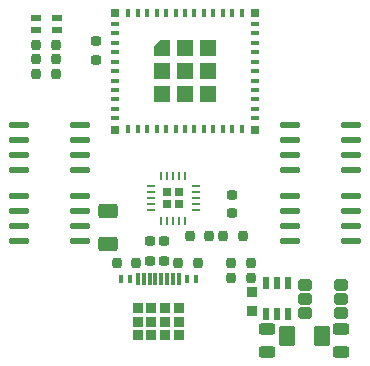
<source format=gbr>
%TF.GenerationSoftware,KiCad,Pcbnew,(6.0.2-0)*%
%TF.CreationDate,2022-04-19T10:39:15+01:00*%
%TF.ProjectId,Relay,52656c61-792e-46b6-9963-61645f706362,2*%
%TF.SameCoordinates,Original*%
%TF.FileFunction,Paste,Top*%
%TF.FilePolarity,Positive*%
%FSLAX46Y46*%
G04 Gerber Fmt 4.6, Leading zero omitted, Abs format (unit mm)*
G04 Created by KiCad (PCBNEW (6.0.2-0)) date 2022-04-19 10:39:15*
%MOMM*%
%LPD*%
G01*
G04 APERTURE LIST*
G04 Aperture macros list*
%AMRoundRect*
0 Rectangle with rounded corners*
0 $1 Rounding radius*
0 $2 $3 $4 $5 $6 $7 $8 $9 X,Y pos of 4 corners*
0 Add a 4 corners polygon primitive as box body*
4,1,4,$2,$3,$4,$5,$6,$7,$8,$9,$2,$3,0*
0 Add four circle primitives for the rounded corners*
1,1,$1+$1,$2,$3*
1,1,$1+$1,$4,$5*
1,1,$1+$1,$6,$7*
1,1,$1+$1,$8,$9*
0 Add four rect primitives between the rounded corners*
20,1,$1+$1,$2,$3,$4,$5,0*
20,1,$1+$1,$4,$5,$6,$7,0*
20,1,$1+$1,$6,$7,$8,$9,0*
20,1,$1+$1,$8,$9,$2,$3,0*%
%AMFreePoly0*
4,1,6,0.696000,-0.696000,-0.696000,-0.696000,-0.696000,0.118488,-0.118488,0.696000,0.696000,0.696000,0.696000,-0.696000,0.696000,-0.696000,$1*%
G04 Aperture macros list end*
%ADD10RoundRect,0.184000X-0.272000X0.200000X-0.272000X-0.200000X0.272000X-0.200000X0.272000X0.200000X0*%
%ADD11RoundRect,0.184000X0.272000X-0.200000X0.272000X0.200000X-0.272000X0.200000X-0.272000X-0.200000X0*%
%ADD12R,0.576000X1.056000*%
%ADD13RoundRect,0.230000X-0.466000X0.250000X-0.466000X-0.250000X0.466000X-0.250000X0.466000X0.250000X0*%
%ADD14RoundRect,0.220875X-0.463125X-0.619125X0.463125X-0.619125X0.463125X0.619125X-0.463125X0.619125X0*%
%ADD15RoundRect,0.250000X-0.350000X-0.250000X0.350000X-0.250000X0.350000X0.250000X-0.350000X0.250000X0*%
%ADD16RoundRect,0.207000X0.249000X-0.225000X0.249000X0.225000X-0.249000X0.225000X-0.249000X-0.225000X0*%
%ADD17RoundRect,0.115000X-0.725000X-0.173000X0.725000X-0.173000X0.725000X0.173000X-0.725000X0.173000X0*%
%ADD18RoundRect,0.115000X0.725000X0.173000X-0.725000X0.173000X-0.725000X-0.173000X0.725000X-0.173000X0*%
%ADD19RoundRect,0.186000X-0.189000X-0.189000X0.189000X-0.189000X0.189000X0.189000X-0.189000X0.189000X0*%
%ADD20RoundRect,0.048500X-0.287500X-0.071500X0.287500X-0.071500X0.287500X0.071500X-0.287500X0.071500X0*%
%ADD21RoundRect,0.057500X-0.062500X-0.278500X0.062500X-0.278500X0.062500X0.278500X-0.062500X0.278500X0*%
%ADD22R,0.768000X0.384000*%
%ADD23R,0.384000X0.768000*%
%ADD24FreePoly0,0.000000*%
%ADD25R,1.392000X1.392000*%
%ADD26R,0.672000X0.672000*%
%ADD27RoundRect,0.184000X-0.200000X-0.272000X0.200000X-0.272000X0.200000X0.272000X-0.200000X0.272000X0*%
%ADD28RoundRect,0.184000X0.200000X0.272000X-0.200000X0.272000X-0.200000X-0.272000X0.200000X-0.272000X0*%
%ADD29RoundRect,0.232500X-0.232500X-0.232500X0.232500X-0.232500X0.232500X0.232500X-0.232500X0.232500X0*%
%ADD30R,0.420000X0.798000*%
%ADD31RoundRect,0.069000X-0.075000X-0.478200X0.075000X-0.478200X0.075000X0.478200X-0.075000X0.478200X0*%
%ADD32RoundRect,0.225000X0.615000X-0.375000X0.615000X0.375000X-0.615000X0.375000X-0.615000X-0.375000X0*%
%ADD33R,0.816000X0.480000*%
G04 APERTURE END LIST*
D10*
%TO.C,R7*%
X103000000Y-50425000D03*
X103000000Y-52075000D03*
%TD*%
D11*
%TO.C,R6*%
X101800000Y-52075000D03*
X101800000Y-50425000D03*
%TD*%
D12*
%TO.C,U7*%
X111600000Y-53900000D03*
D13*
X117950000Y-57850000D03*
D12*
X112550000Y-53900000D03*
D14*
X116312500Y-58420000D03*
D13*
X111700000Y-59750000D03*
X117950000Y-59750000D03*
D12*
X112550000Y-56600000D03*
D13*
X111700000Y-57850000D03*
D12*
X111600000Y-56600000D03*
X113500000Y-53900000D03*
D15*
X117950000Y-55300000D03*
X117950000Y-54150000D03*
D16*
X110450000Y-54725000D03*
D15*
X117950000Y-56450000D03*
D12*
X113500000Y-56600000D03*
D15*
X114950000Y-56450000D03*
X114950000Y-55300000D03*
D14*
X113347500Y-58420000D03*
D15*
X114950000Y-54150000D03*
D16*
X110450000Y-56275000D03*
%TD*%
D17*
%TO.C,U6*%
X113675000Y-40595000D03*
X113675000Y-41865000D03*
X113675000Y-43135000D03*
X113675000Y-44405000D03*
X118825000Y-44405000D03*
X118825000Y-43135000D03*
X118825000Y-41865000D03*
X118825000Y-40595000D03*
%TD*%
D18*
%TO.C,U5*%
X95825000Y-50405000D03*
X95825000Y-49135000D03*
X95825000Y-47865000D03*
X95825000Y-46595000D03*
X90675000Y-46595000D03*
X90675000Y-47865000D03*
X90675000Y-49135000D03*
X90675000Y-50405000D03*
%TD*%
D17*
%TO.C,U4*%
X113675000Y-46595000D03*
X113675000Y-47865000D03*
X113675000Y-49135000D03*
X113675000Y-50405000D03*
X118825000Y-50405000D03*
X118825000Y-49135000D03*
X118825000Y-47865000D03*
X118825000Y-46595000D03*
%TD*%
D18*
%TO.C,U3*%
X95825000Y-44405000D03*
X95825000Y-43135000D03*
X95825000Y-41865000D03*
X95825000Y-40595000D03*
X90675000Y-40595000D03*
X90675000Y-41865000D03*
X90675000Y-43135000D03*
X90675000Y-44405000D03*
%TD*%
D19*
%TO.C,U2*%
X104250000Y-47250000D03*
X103250000Y-47250000D03*
X103250000Y-46250000D03*
X104250000Y-46250000D03*
D20*
X101850000Y-45750000D03*
X101850000Y-46250000D03*
X101850000Y-46750000D03*
X101850000Y-47250000D03*
X101850000Y-47750000D03*
D21*
X102750000Y-48650000D03*
X103250000Y-48650000D03*
X103750000Y-48650000D03*
X104250000Y-48650000D03*
X104750000Y-48650000D03*
D20*
X105650000Y-47750000D03*
X105650000Y-47250000D03*
X105650000Y-46750000D03*
X105650000Y-46250000D03*
X105650000Y-45750000D03*
D21*
X104750000Y-44850000D03*
X104250000Y-44850000D03*
X103750000Y-44850000D03*
X103250000Y-44850000D03*
X102750000Y-44850000D03*
%TD*%
D22*
%TO.C,U1*%
X98850000Y-32000000D03*
X98850000Y-32800000D03*
X98850000Y-33600000D03*
X98850000Y-34400000D03*
X98850000Y-35200000D03*
X98850000Y-36000000D03*
X98850000Y-36800000D03*
X98850000Y-37600000D03*
X98850000Y-38400000D03*
X98850000Y-39200000D03*
X98850000Y-40000000D03*
D23*
X99950000Y-40900000D03*
X100750000Y-40900000D03*
X101550000Y-40900000D03*
X102350000Y-40900000D03*
X103150000Y-40900000D03*
X103950000Y-40900000D03*
X104750000Y-40900000D03*
X105550000Y-40900000D03*
X106350000Y-40900000D03*
X107150000Y-40900000D03*
X107950000Y-40900000D03*
X108750000Y-40900000D03*
X109550000Y-40900000D03*
D22*
X110650000Y-40000000D03*
X110650000Y-39200000D03*
X110650000Y-38400000D03*
X110650000Y-37600000D03*
X110650000Y-36800000D03*
X110650000Y-36000000D03*
X110650000Y-35200000D03*
X110650000Y-34400000D03*
X110650000Y-33600000D03*
X110650000Y-32800000D03*
X110650000Y-32000000D03*
D23*
X109550000Y-31100000D03*
X108750000Y-31100000D03*
X107950000Y-31100000D03*
X107150000Y-31100000D03*
X106350000Y-31100000D03*
X105550000Y-31100000D03*
X104750000Y-31100000D03*
X103950000Y-31100000D03*
X103150000Y-31100000D03*
X102350000Y-31100000D03*
X101550000Y-31100000D03*
X100750000Y-31100000D03*
X99950000Y-31100000D03*
D24*
X102775000Y-34025000D03*
D25*
X102775000Y-37975000D03*
X106725000Y-37975000D03*
X102775000Y-36000000D03*
X104750000Y-34025000D03*
X104750000Y-37975000D03*
X106725000Y-34025000D03*
X106725000Y-36000000D03*
X104750000Y-36000000D03*
D26*
X110700000Y-31050000D03*
X110700000Y-40950000D03*
X98800000Y-40950000D03*
X98800000Y-31050000D03*
%TD*%
D27*
%TO.C,R12*%
X108675000Y-53500000D03*
X110325000Y-53500000D03*
%TD*%
%TO.C,R11*%
X110325000Y-52250000D03*
X108675000Y-52250000D03*
%TD*%
%TO.C,R10*%
X92175000Y-36250000D03*
X93825000Y-36250000D03*
%TD*%
%TO.C,R9*%
X92175000Y-35000000D03*
X93825000Y-35000000D03*
%TD*%
%TO.C,R8*%
X92175000Y-33750000D03*
X93825000Y-33750000D03*
%TD*%
D28*
%TO.C,R5*%
X105825000Y-52250000D03*
X104175000Y-52250000D03*
%TD*%
%TO.C,R4*%
X100625000Y-52250000D03*
X98975000Y-52250000D03*
%TD*%
D27*
%TO.C,R3*%
X107975000Y-50000000D03*
X109625000Y-50000000D03*
%TD*%
%TO.C,R2*%
X105175000Y-50000000D03*
X106825000Y-50000000D03*
%TD*%
D11*
%TO.C,R1*%
X97250000Y-35075000D03*
X97250000Y-33425000D03*
%TD*%
D29*
%TO.C,J1*%
X103065000Y-58365000D03*
X100765000Y-56065000D03*
X101915000Y-56065000D03*
X103065000Y-57215000D03*
X101915000Y-58365000D03*
X100765000Y-57215000D03*
X100765000Y-58365000D03*
X101915000Y-57215000D03*
X104215000Y-57215000D03*
X104215000Y-56065000D03*
X103065000Y-56065000D03*
X104215000Y-58365000D03*
D30*
X99300000Y-53640000D03*
X100100000Y-53640000D03*
D31*
X101250000Y-53640000D03*
X102250000Y-53640000D03*
X102750000Y-53640000D03*
X103750000Y-53640000D03*
D30*
X105700000Y-53640000D03*
X104900000Y-53640000D03*
D31*
X104250000Y-53640000D03*
X103250000Y-53640000D03*
X101750000Y-53640000D03*
X100750000Y-53640000D03*
%TD*%
D32*
%TO.C,D2*%
X98250000Y-50650000D03*
X98250000Y-47850000D03*
%TD*%
D33*
%TO.C,D1*%
X93875000Y-32500000D03*
X92125000Y-32500000D03*
X92125000Y-31500000D03*
X93875000Y-31500000D03*
%TD*%
D11*
%TO.C,C1*%
X108750000Y-48025000D03*
X108750000Y-46475000D03*
%TD*%
M02*

</source>
